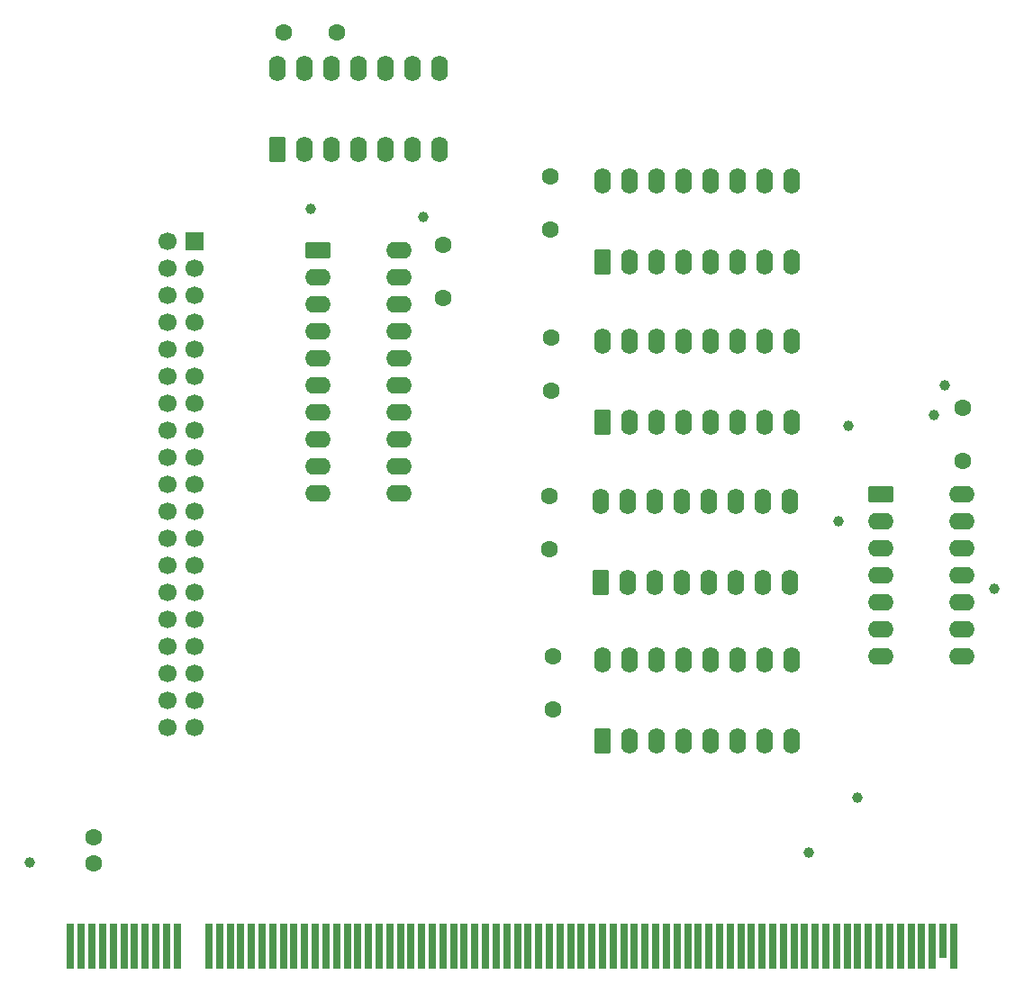
<source format=gbr>
%TF.GenerationSoftware,KiCad,Pcbnew,9.0.5*%
%TF.CreationDate,2025-11-19T18:16:14+02:00*%
%TF.ProjectId,interface,696e7465-7266-4616-9365-2e6b69636164,rev?*%
%TF.SameCoordinates,Original*%
%TF.FileFunction,Soldermask,Top*%
%TF.FilePolarity,Negative*%
%FSLAX46Y46*%
G04 Gerber Fmt 4.6, Leading zero omitted, Abs format (unit mm)*
G04 Created by KiCad (PCBNEW 9.0.5) date 2025-11-19 18:16:14*
%MOMM*%
%LPD*%
G01*
G04 APERTURE LIST*
G04 Aperture macros list*
%AMRoundRect*
0 Rectangle with rounded corners*
0 $1 Rounding radius*
0 $2 $3 $4 $5 $6 $7 $8 $9 X,Y pos of 4 corners*
0 Add a 4 corners polygon primitive as box body*
4,1,4,$2,$3,$4,$5,$6,$7,$8,$9,$2,$3,0*
0 Add four circle primitives for the rounded corners*
1,1,$1+$1,$2,$3*
1,1,$1+$1,$4,$5*
1,1,$1+$1,$6,$7*
1,1,$1+$1,$8,$9*
0 Add four rect primitives between the rounded corners*
20,1,$1+$1,$2,$3,$4,$5,0*
20,1,$1+$1,$4,$5,$6,$7,0*
20,1,$1+$1,$6,$7,$8,$9,0*
20,1,$1+$1,$8,$9,$2,$3,0*%
G04 Aperture macros list end*
%ADD10C,1.000000*%
%ADD11RoundRect,0.250000X0.550000X-0.950000X0.550000X0.950000X-0.550000X0.950000X-0.550000X-0.950000X0*%
%ADD12O,1.600000X2.400000*%
%ADD13C,1.600000*%
%ADD14R,1.700000X1.700000*%
%ADD15C,1.700000*%
%ADD16RoundRect,0.250000X-0.950000X-0.550000X0.950000X-0.550000X0.950000X0.550000X-0.950000X0.550000X0*%
%ADD17O,2.400000X1.600000*%
%ADD18R,0.700000X4.300000*%
%ADD19R,0.700000X3.200000*%
G04 APERTURE END LIST*
D10*
%TO.C,Enbl1*%
X126800000Y-50000000D03*
%TD*%
D11*
%TO.C,U2*%
X113085000Y-43660000D03*
D12*
X115625000Y-43660000D03*
X118165000Y-43660000D03*
X120705000Y-43660000D03*
X123245000Y-43660000D03*
X125785000Y-43660000D03*
X128325000Y-43660000D03*
X128325000Y-36040000D03*
X125785000Y-36040000D03*
X123245000Y-36040000D03*
X120705000Y-36040000D03*
X118165000Y-36040000D03*
X115625000Y-36040000D03*
X113085000Y-36040000D03*
%TD*%
D11*
%TO.C,U7*%
X143610000Y-69280000D03*
D12*
X146150000Y-69280000D03*
X148690000Y-69280000D03*
X151230000Y-69280000D03*
X153770000Y-69280000D03*
X156310000Y-69280000D03*
X158850000Y-69280000D03*
X161390000Y-69280000D03*
X161390000Y-61660000D03*
X158850000Y-61660000D03*
X156310000Y-61660000D03*
X153770000Y-61660000D03*
X151230000Y-61660000D03*
X148690000Y-61660000D03*
X146150000Y-61660000D03*
X143610000Y-61660000D03*
%TD*%
D10*
%TO.C,Decrm1*%
X175800000Y-65800000D03*
%TD*%
D13*
%TO.C,C7*%
X177550000Y-72950000D03*
X177550000Y-67950000D03*
%TD*%
D14*
%TO.C,PAD2*%
X105290000Y-52270000D03*
D15*
X102750000Y-52270000D03*
X105290000Y-54810000D03*
X102750000Y-54810000D03*
X105290000Y-57350000D03*
X102750000Y-57350000D03*
X105290000Y-59890000D03*
X102750000Y-59890000D03*
X105290000Y-62430000D03*
X102750000Y-62430000D03*
X105290000Y-64970000D03*
X102750000Y-64970000D03*
X105290000Y-67510000D03*
X102750000Y-67510000D03*
X105290000Y-70050000D03*
X102750000Y-70050000D03*
X105290000Y-72590000D03*
X102750000Y-72590000D03*
X105290000Y-75130000D03*
X102750000Y-75130000D03*
X105290000Y-77670000D03*
X102750000Y-77670000D03*
X105290000Y-80210000D03*
X102750000Y-80210000D03*
X105290000Y-82750000D03*
X102750000Y-82750000D03*
X105290000Y-85290000D03*
X102750000Y-85290000D03*
X105290000Y-87830000D03*
X102750000Y-87830000D03*
X105290000Y-90370000D03*
X102750000Y-90370000D03*
X105290000Y-92910000D03*
X102750000Y-92910000D03*
X105290000Y-95450000D03*
X102750000Y-95450000D03*
X105290000Y-97990000D03*
X102750000Y-97990000D03*
%TD*%
D16*
%TO.C,U1*%
X169840000Y-76085000D03*
D17*
X169840000Y-78625000D03*
X169840000Y-81165000D03*
X169840000Y-83705000D03*
X169840000Y-86245000D03*
X169840000Y-88785000D03*
X169840000Y-91325000D03*
X177460000Y-91325000D03*
X177460000Y-88785000D03*
X177460000Y-86245000D03*
X177460000Y-83705000D03*
X177460000Y-81165000D03*
X177460000Y-78625000D03*
X177460000Y-76085000D03*
%TD*%
D10*
%TO.C,~{CLK}1*%
X167600000Y-104600000D03*
%TD*%
D13*
%TO.C,C3*%
X138650000Y-76200000D03*
X138650000Y-81200000D03*
%TD*%
D11*
%TO.C,U6*%
X143660000Y-99260000D03*
D12*
X146200000Y-99260000D03*
X148740000Y-99260000D03*
X151280000Y-99260000D03*
X153820000Y-99260000D03*
X156360000Y-99260000D03*
X158900000Y-99260000D03*
X161440000Y-99260000D03*
X161440000Y-91640000D03*
X158900000Y-91640000D03*
X156360000Y-91640000D03*
X153820000Y-91640000D03*
X151280000Y-91640000D03*
X148740000Y-91640000D03*
X146200000Y-91640000D03*
X143660000Y-91640000D03*
%TD*%
D10*
%TO.C,Reset1*%
X163000000Y-109800000D03*
%TD*%
%TO.C,Pulse1*%
X180500000Y-85000000D03*
%TD*%
D16*
%TO.C,U4*%
X116890000Y-53120000D03*
D17*
X116890000Y-55660000D03*
X116890000Y-58200000D03*
X116890000Y-60740000D03*
X116890000Y-63280000D03*
X116890000Y-65820000D03*
X116890000Y-68360000D03*
X116890000Y-70900000D03*
X116890000Y-73440000D03*
X116890000Y-75980000D03*
X124510000Y-75980000D03*
X124510000Y-73440000D03*
X124510000Y-70900000D03*
X124510000Y-68360000D03*
X124510000Y-65820000D03*
X124510000Y-63280000D03*
X124510000Y-60740000D03*
X124510000Y-58200000D03*
X124510000Y-55660000D03*
X124510000Y-53120000D03*
%TD*%
D10*
%TO.C,Drt1*%
X116200000Y-49200000D03*
%TD*%
D11*
%TO.C,U8*%
X143610000Y-54240000D03*
D12*
X146150000Y-54240000D03*
X148690000Y-54240000D03*
X151230000Y-54240000D03*
X153770000Y-54240000D03*
X156310000Y-54240000D03*
X158850000Y-54240000D03*
X161390000Y-54240000D03*
X161390000Y-46620000D03*
X158850000Y-46620000D03*
X156310000Y-46620000D03*
X153770000Y-46620000D03*
X151230000Y-46620000D03*
X148690000Y-46620000D03*
X146150000Y-46620000D03*
X143610000Y-46620000D03*
%TD*%
D13*
%TO.C,C6*%
X113700000Y-32600000D03*
X118700000Y-32600000D03*
%TD*%
D10*
%TO.C,PWR1*%
X89800000Y-110700000D03*
%TD*%
%TO.C,LHIGH1*%
X165800000Y-78600000D03*
%TD*%
%TO.C,Incrm1*%
X174800000Y-68600000D03*
%TD*%
D13*
%TO.C,C8*%
X95800000Y-110800000D03*
X95800000Y-108300000D03*
%TD*%
D11*
%TO.C,U5*%
X143450000Y-84370000D03*
D12*
X145990000Y-84370000D03*
X148530000Y-84370000D03*
X151070000Y-84370000D03*
X153610000Y-84370000D03*
X156150000Y-84370000D03*
X158690000Y-84370000D03*
X161230000Y-84370000D03*
X161230000Y-76750000D03*
X158690000Y-76750000D03*
X156150000Y-76750000D03*
X153610000Y-76750000D03*
X151070000Y-76750000D03*
X148530000Y-76750000D03*
X145990000Y-76750000D03*
X143450000Y-76750000D03*
%TD*%
D13*
%TO.C,C4*%
X138800000Y-61300000D03*
X138800000Y-66300000D03*
%TD*%
%TO.C,C5*%
X138700000Y-46200000D03*
X138700000Y-51200000D03*
%TD*%
%TO.C,C2*%
X139000000Y-91300000D03*
X139000000Y-96300000D03*
%TD*%
%TO.C,C1*%
X128700000Y-52650000D03*
X128700000Y-57650000D03*
%TD*%
D18*
%TO.C,BC1*%
X93650000Y-118600000D03*
X94650000Y-118600000D03*
X95650000Y-118600000D03*
X96650000Y-118600000D03*
X97650000Y-118600000D03*
X98650000Y-118600000D03*
X99650000Y-118600000D03*
X100650000Y-118600000D03*
X101650000Y-118600000D03*
X102650000Y-118600000D03*
X103650000Y-118600000D03*
X106650000Y-118600000D03*
X107650000Y-118600000D03*
X108650000Y-118600000D03*
X109650000Y-118600000D03*
X110650000Y-118600000D03*
X111650000Y-118600000D03*
X112650000Y-118600000D03*
X113650000Y-118600000D03*
X114650000Y-118600000D03*
X115650000Y-118600000D03*
X116650000Y-118600000D03*
X117650000Y-118600000D03*
X118650000Y-118600000D03*
X119650000Y-118600000D03*
X120650000Y-118600000D03*
X121650000Y-118600000D03*
X122650000Y-118600000D03*
X123650000Y-118600000D03*
X124650000Y-118600000D03*
X125650000Y-118600000D03*
X126650000Y-118600000D03*
X127650000Y-118600000D03*
X128650000Y-118600000D03*
X129650000Y-118600000D03*
X130650000Y-118600000D03*
X131650000Y-118600000D03*
X132650000Y-118600000D03*
X133650000Y-118600000D03*
X134650000Y-118600000D03*
X135650000Y-118600000D03*
X136650000Y-118600000D03*
X137650000Y-118600000D03*
X138650000Y-118600000D03*
X139650000Y-118600000D03*
X140650000Y-118600000D03*
X141650000Y-118600000D03*
X142650000Y-118600000D03*
X143650000Y-118600000D03*
X144650000Y-118600000D03*
X145650000Y-118600000D03*
X146650000Y-118600000D03*
X147650000Y-118600000D03*
X148650000Y-118600000D03*
X149650000Y-118600000D03*
X150650000Y-118600000D03*
X151650000Y-118600000D03*
X152650000Y-118600000D03*
X153650000Y-118600000D03*
X154650000Y-118600000D03*
X155650000Y-118600000D03*
X156650000Y-118600000D03*
X157650000Y-118600000D03*
X158650000Y-118600000D03*
X159650000Y-118600000D03*
X160650000Y-118600000D03*
X161650000Y-118600000D03*
X162650000Y-118600000D03*
X163650000Y-118600000D03*
X164650000Y-118600000D03*
X165650000Y-118600000D03*
X166650000Y-118600000D03*
X167650000Y-118600000D03*
X168650000Y-118600000D03*
X169650000Y-118600000D03*
X170650000Y-118600000D03*
X171650000Y-118600000D03*
X172650000Y-118600000D03*
X173650000Y-118600000D03*
X174650000Y-118600000D03*
D19*
X175650000Y-118050000D03*
D18*
X176650000Y-118600000D03*
%TD*%
D10*
%TO.C,LLow1*%
X166750000Y-69650000D03*
%TD*%
M02*

</source>
